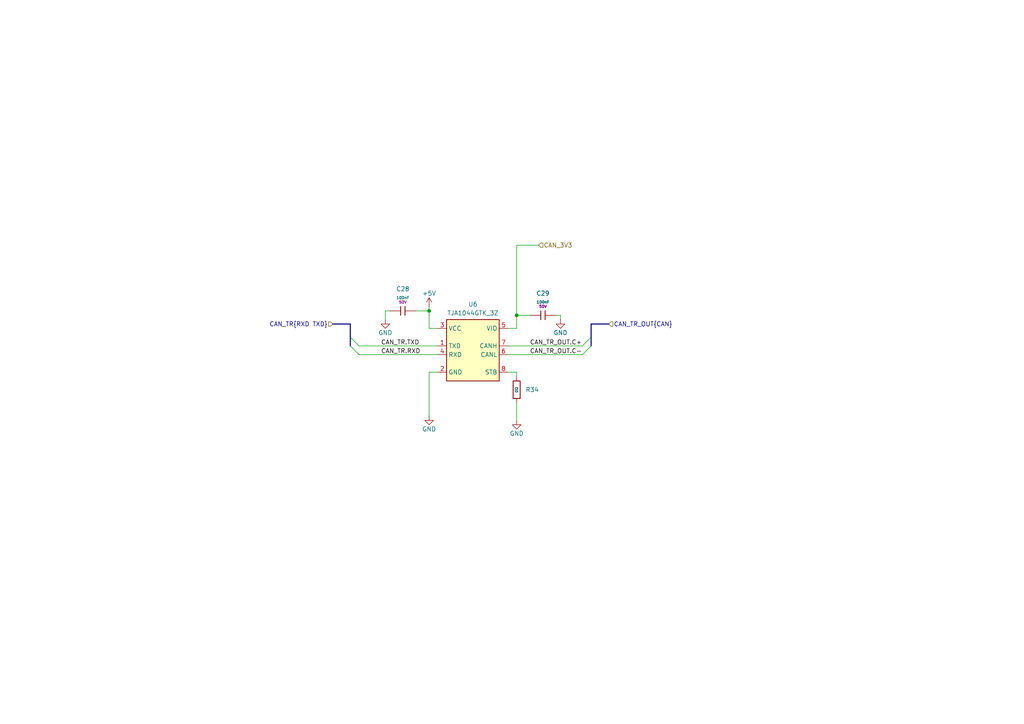
<source format=kicad_sch>
(kicad_sch (version 20250114) (generator "eeschema") (generator_version "9.0")
  (paper "A4")
  (title_block (date "2025-02-10") (rev "A") (company "ModuCard System"))
  (lib_symbols
    (symbol "PCM_JLCPCB-Capacitors:0402,100nF,(2)" (pin_numbers (hide yes)) (pin_names (offset 0))
      (property "Reference" "C" (at 2.032 1.668 0))
      (property "Value" "100nF" (at 2.032 -0.3782 0))
      (property "Voltage Rated" "50V" (at 2.032 -2.0462 0))
      (symbol "0402,100nF,(2)_0_1"
        (polyline (pts (xy -1.27 0.635) (xy 1.27 0.635)) (stroke (width 0.254)))
        (polyline (pts (xy -1.27 -0.635) (xy 1.27 -0.635)) (stroke (width 0.254)))
      )
      (symbol "0402,100nF,(2)_1_1"
        (pin passive line (at 0 3.81 270) (length 3.175) (name "~") (number "1"))
        (pin passive line (at 0 -3.81 90) (length 3.175) (name "~") (number "2"))
      )
    )
    (symbol "PCM_JLCPCB-Resistors:0402,0Ω" (pin_numbers (hide yes)) (pin_names (offset 0))
      (property "Reference" "R" (at 1.778 0 0))
      (property "Value" "0Ω" (at 0 0 90))
      (symbol "0402,0Ω_0_1"
        (rectangle (start -1.016 2.54) (end 1.016 -2.54) (stroke (width 0.254)))
      )
      (symbol "0402,0Ω_1_1"
        (pin passive line (at 0 3.81 270) (length 1.27) (name "~") (number "1"))
        (pin passive line (at 0 -3.81 90) (length 1.27) (name "~") (number "2"))
      )
    )
    (symbol "TJA1044GTK_3Z:TJA1044GTK_3Z"
      (property "Reference" "U4" (at 12.7 6.985 0))
      (property "Value" "TJA1044GTK_3Z" (at 12.7 4.445 0))
      (symbol "TJA1044GTK_3Z_1_1"
        (rectangle (start 5.08 2.54) (end 20.32 -15.24) (stroke (width 0.254)) (fill (type background)))
        (pin power_in line (at 2.54 0 0) (length 2.54) (name "VCC") (number "3"))
        (pin passive line (at 2.54 -5.08 0) (length 2.54) (name "TXD") (number "1"))
        (pin passive line (at 2.54 -7.62 0) (length 2.54) (name "RXD") (number "4"))
        (pin passive line (at 2.54 -12.7 0) (length 2.54) (name "GND") (number "2"))
        (pin passive line (at 2.54 -12.7 0) (length 2.54) (hide yes) (name "EP") (number "9"))
        (pin power_in line (at 22.86 0 180) (length 2.54) (name "VIO") (number "5"))
        (pin passive line (at 22.86 -5.08 180) (length 2.54) (name "CANH") (number "7"))
        (pin passive line (at 22.86 -7.62 180) (length 2.54) (name "CANL") (number "6"))
        (pin passive line (at 22.86 -12.7 180) (length 2.54) (name "STB") (number "8"))
      )
    )
    (symbol "power:+5V" (power) (pin_numbers (hide yes)) (pin_names (offset 0) (hide yes))
      (property "Value" "+5V" (at 0 3.556 0))
      (symbol "+5V_0_1"
        (polyline (pts (xy -0.762 1.27) (xy 0 2.54)))
        (polyline (pts (xy 0 2.54) (xy 0.762 1.27)))
        (polyline (pts (xy 0 0) (xy 0 2.54)))
      )
      (symbol "+5V_1_1"
        (pin power_in line (at 0 0 90) (length 0) (name "~") (number "1"))
      )
    )
    (symbol "power:GND" (power) (pin_numbers (hide yes)) (pin_names (offset 0) (hide yes))
      (property "Value" "GND" (at 0 -3.81 0))
      (symbol "GND_0_1"
        (polyline (pts (xy 0 0) (xy 0 -1.27) (xy 1.27 -1.27) (xy 0 -2.54) (xy -1.27 -1.27) (xy 0 -1.27)))
      )
      (symbol "GND_1_1"
        (pin power_in line (at 0 0 270) (length 0) (name "~") (number "1"))
      )
    )
  )
  (bus_alias "CAN" (members "C+" "C-"))
  (junction (at 124.46 90.17))
  (junction (at 149.86 91.44))
  (bus_entry (at 171.45 97.79) (size -2.54 2.54))
  (bus_entry (at 171.45 100.33) (size -2.54 2.54))
  (bus_entry (at 101.6 97.79) (size 2.54 2.54))
  (bus_entry (at 101.6 100.33) (size 2.54 2.54))
  (wire (pts (xy 104.14 102.87) (xy 127 102.87)))
  (bus (pts (xy 176.53 93.98) (xy 171.45 93.98)))
  (wire (pts (xy 149.86 91.44) (xy 153.67 91.44)))
  (bus (pts (xy 171.45 97.79) (xy 171.45 100.33)))
  (wire (pts (xy 124.46 107.95) (xy 124.46 120.65)))
  (wire (pts (xy 149.86 71.12) (xy 156.21 71.12)))
  (wire (pts (xy 111.76 92.71) (xy 111.76 90.17)))
  (wire (pts (xy 111.76 90.17) (xy 113.03 90.17)))
  (wire (pts (xy 149.86 95.25) (xy 147.32 95.25)))
  (wire (pts (xy 147.32 102.87) (xy 168.91 102.87)))
  (wire (pts (xy 127 95.25) (xy 124.46 95.25)))
  (wire (pts (xy 162.56 92.71) (xy 162.56 91.44)))
  (wire (pts (xy 161.29 91.44) (xy 162.56 91.44)))
  (wire (pts (xy 149.86 107.95) (xy 147.32 107.95)))
  (wire (pts (xy 149.86 91.44) (xy 149.86 71.12)))
  (bus (pts (xy 96.52 93.98) (xy 101.6 93.98)))
  (wire (pts (xy 149.86 109.22) (xy 149.86 107.95)))
  (wire (pts (xy 124.46 88.9) (xy 124.46 90.17)))
  (wire (pts (xy 127 107.95) (xy 124.46 107.95)))
  (bus (pts (xy 171.45 93.98) (xy 171.45 97.79)))
  (wire (pts (xy 120.65 90.17) (xy 124.46 90.17)))
  (bus (pts (xy 101.6 97.79) (xy 101.6 100.33)))
  (wire (pts (xy 124.46 90.17) (xy 124.46 95.25)))
  (wire (pts (xy 104.14 100.33) (xy 127 100.33)))
  (wire (pts (xy 149.86 116.84) (xy 149.86 121.92)))
  (bus (pts (xy 101.6 93.98) (xy 101.6 97.79)))
  (wire (pts (xy 149.86 91.44) (xy 149.86 95.25)))
  (wire (pts (xy 147.32 100.33) (xy 168.91 100.33)))
  (label "CAN_TR.TXD" (at 110.49 100.33 0))
  (label "CAN_TR_OUT.C+" (at 153.67 100.33 0))
  (label "CAN_TR.RXD" (at 110.49 102.87 0))
  (label "CAN_TR_OUT.C-" (at 153.67 102.87 0))
  (hierarchical_label "CAN_TR_OUT{CAN}" (shape input) (at 176.53 93.98 0))
  (hierarchical_label "CAN_TR{RXD TXD}" (shape input) (at 96.52 93.98 180))
  (hierarchical_label "CAN_3V3" (shape input) (at 156.21 71.12 0))
  (symbol (lib_id "power:+5V") (at 124.46 88.9 0) (unit 1)
    (property "Reference" "#PWR062" (effects (hide yes)))
    (property "Value" "+5V" (at 124.46 85.09 0))
    (property "Description" "Power symbol creates a global label with name \"+5V\"" (effects (hide yes)))
    (instances (project "OrangePie" (path "" (reference "#PWR062") (unit 1)) (path "" (reference "#PWR068") (unit 1))))
  )
  (symbol (lib_id "PCM_JLCPCB-Capacitors:0402,100nF,(2)") (at 116.84 90.17 90) (unit 1)
    (property "Reference" "C28" (at 116.84 83.82 90))
    (property "Value" "100nF" (at 116.84 86.36 90) (effects (font (size 0.8 0.8))))
    (property "Footprint" "PCM_JLCPCB:C_0402" (effects (hide yes)))
    (property "Datasheet" "https://www.lcsc.com/datasheet/lcsc_datasheet_2304140030_Samsung-Electro-Mechanics-CL05B104KB54PNC_C307331.pdf" (effects (hide yes)))
    (property "Description" "50V 100nF X7R ±10% 0402 Multilayer Ceramic Capacitors MLCC - SMD/SMT ROHS" (effects (hide yes)))
    (property "LCSC" "C307331" (effects (hide yes)))
    (property "Stock" "5436546" (effects (hide yes)))
    (property "Price" "0.008USD" (effects (hide yes)))
    (property "Process" "SMT" (effects (hide yes)))
    (property "Minimum Qty" "20" (effects (hide yes)))
    (property "Attrition Qty" "10" (effects (hide yes)))
    (property "Class" "Basic Component" (effects (hide yes)))
    (property "Category" "Capacitors,Multilayer Ceramic Capacitors MLCC - SMD/SMT" (effects (hide yes)))
    (property "Manufacturer" "Samsung Electro-Mechanics" (effects (hide yes)))
    (property "Part" "CL05B104KB54PNC" (effects (hide yes)))
    (property "Voltage Rated" "50V" (at 116.84 87.63 90) (effects (font (size 0.8 0.8))))
    (property "Tolerance" "±10%" (effects (hide yes)))
    (property "Capacitance" "100nF" (effects (hide yes)))
    (property "Temperature Coefficient" "X7R" (effects (hide yes)))
    (instances (project "" (path "" (reference "C28") (unit 1)) (path "" (reference "C30") (unit 1))))
  )
  (symbol (lib_id "PCM_JLCPCB-Resistors:0402,0Ω") (at 149.86 113.03 0) (unit 1)
    (property "Reference" "R34" (at 152.4 113.03 0) (effects (justify left)))
    (property "Value" "0Ω" (at 149.86 113.03 90) (effects (font (size 0.8 0.8))))
    (property "Footprint" "PCM_JLCPCB:R_0402" (effects (hide yes)))
    (property "Datasheet" "https://www.lcsc.com/datasheet/lcsc_datasheet_2206010216_UNI-ROYAL-Uniroyal-Elec-0402WGF0000TCE_C17168.pdf" (effects (hide yes)))
    (property "Description" "62.5mW Thick Film Resistors 50V ±800ppm/°C ±1% 0Ω 0402 Chip Resistor - Surface Mount ROHS" (effects (hide yes)))
    (property "LCSC" "C17168" (effects (hide yes)))
    (property "Stock" "6249348" (effects (hide yes)))
    (property "Price" "0.004USD" (effects (hide yes)))
    (property "Process" "SMT" (effects (hide yes)))
    (property "Minimum Qty" "20" (effects (hide yes)))
    (property "Attrition Qty" "10" (effects (hide yes)))
    (property "Class" "Basic Component" (effects (hide yes)))
    (property "Category" "Resistors,Chip Resistor - Surface Mount" (effects (hide yes)))
    (property "Manufacturer" "UNI-ROYAL(Uniroyal Elec)" (effects (hide yes)))
    (property "Part" "0402WGF0000TCE" (effects (hide yes)))
    (property "Resistance" "0Ω" (effects (hide yes)))
    (property "Power(Watts)" "62.5mW" (effects (hide yes)))
    (property "Type" "Thick Film Resistors" (effects (hide yes)))
    (property "Overload Voltage (Max)" "50V" (effects (hide yes)))
    (property "Operating Temperature Range" "-55°C~+155°C" (effects (hide yes)))
    (property "Tolerance" "±1%" (effects (hide yes)))
    (property "Temperature Coefficient" "±800ppm/°C" (effects (hide yes)))
    (instances (project "" (path "" (reference "R34") (unit 1)) (path "" (reference "R35") (unit 1))))
  )
  (symbol (lib_id "power:GND") (at 149.86 121.92 0) (unit 1)
    (property "Reference" "#PWR067" (effects (hide yes)))
    (property "Value" "GND" (at 149.86 125.73 0))
    (property "Description" "Power symbol creates a global label with name \"GND\" , ground" (effects (hide yes)))
    (instances (project "OrangePie" (path "" (reference "#PWR067") (unit 1)) (path "" (reference "#PWR073") (unit 1))))
  )
  (symbol (lib_id "TJA1044GTK_3Z:TJA1044GTK_3Z") (at 124.46 95.25 0) (unit 1)
    (property "Reference" "U6" (at 137.16 88.265 0))
    (property "Value" "TJA1044GTK_3Z" (at 137.16 90.805 0))
    (property "Footprint" "Package_SON:HVSON-8-1EP_3x3mm_P0.65mm_EP1.6x2.4mm" (effects (hide yes)))
    (property "Datasheet" "http://www.nxp.com/docs/en/data-sheet/TJA1044.pdf" (effects (hide yes)))
    (property "Description" "CAN Interface IC High-speed CAN transceiver with Standby mode" (effects (hide yes)))
    (property "Manufacturer_Name" "NXP" (effects (hide yes)))
    (property "Manufacturer_Part_Number" "TJA1044GTK/3Z" (effects (hide yes)))
    (instances (project "OrangePie" (path "" (reference "U6") (unit 1)) (path "" (reference "U7") (unit 1))))
  )
  (symbol (lib_id "power:GND") (at 162.56 92.71 0) (mirror y) (unit 1)
    (property "Reference" "#PWR065" (effects (hide yes)))
    (property "Value" "GND" (at 162.56 96.52 0))
    (property "Description" "Power symbol creates a global label with name \"GND\" , ground" (effects (hide yes)))
    (instances (project "OrangePie" (path "" (reference "#PWR065") (unit 1)) (path "" (reference "#PWR071") (unit 1))))
  )
  (symbol (lib_id "power:GND") (at 124.46 120.65 0) (unit 1)
    (property "Reference" "#PWR066" (effects (hide yes)))
    (property "Value" "GND" (at 124.46 124.46 0))
    (property "Description" "Power symbol creates a global label with name \"GND\" , ground" (effects (hide yes)))
    (instances (project "OrangePie" (path "" (reference "#PWR066") (unit 1)) (path "" (reference "#PWR072") (unit 1))))
  )
  (symbol (lib_id "power:GND") (at 111.76 92.71 0) (unit 1)
    (property "Reference" "#PWR064" (effects (hide yes)))
    (property "Value" "GND" (at 111.76 96.52 0))
    (property "Description" "Power symbol creates a global label with name \"GND\" , ground" (effects (hide yes)))
    (instances (project "OrangePie" (path "" (reference "#PWR064") (unit 1)) (path "" (reference "#PWR070") (unit 1))))
  )
  (symbol (lib_id "PCM_JLCPCB-Capacitors:0402,100nF,(2)") (at 157.48 91.44 90) (unit 1)
    (property "Reference" "C29" (at 157.48 85.09 90))
    (property "Value" "100nF" (at 157.48 87.63 90) (effects (font (size 0.8 0.8))))
    (property "Footprint" "PCM_JLCPCB:C_0402" (effects (hide yes)))
    (property "Datasheet" "https://www.lcsc.com/datasheet/lcsc_datasheet_2304140030_Samsung-Electro-Mechanics-CL05B104KB54PNC_C307331.pdf" (effects (hide yes)))
    (property "Description" "50V 100nF X7R ±10% 0402 Multilayer Ceramic Capacitors MLCC - SMD/SMT ROHS" (effects (hide yes)))
    (property "LCSC" "C307331" (effects (hide yes)))
    (property "Stock" "5436546" (effects (hide yes)))
    (property "Price" "0.008USD" (effects (hide yes)))
    (property "Process" "SMT" (effects (hide yes)))
    (property "Minimum Qty" "20" (effects (hide yes)))
    (property "Attrition Qty" "10" (effects (hide yes)))
    (property "Class" "Basic Component" (effects (hide yes)))
    (property "Category" "Capacitors,Multilayer Ceramic Capacitors MLCC - SMD/SMT" (effects (hide yes)))
    (property "Manufacturer" "Samsung Electro-Mechanics" (effects (hide yes)))
    (property "Part" "CL05B104KB54PNC" (effects (hide yes)))
    (property "Voltage Rated" "50V" (at 157.48 88.9 90) (effects (font (size 0.8 0.8))))
    (property "Tolerance" "±10%" (effects (hide yes)))
    (property "Capacitance" "100nF" (effects (hide yes)))
    (property "Temperature Coefficient" "X7R" (effects (hide yes)))
    (instances (project "OrangePie" (path "" (reference "C29") (unit 1)) (path "" (reference "C31") (unit 1))))
  )
)
</source>
